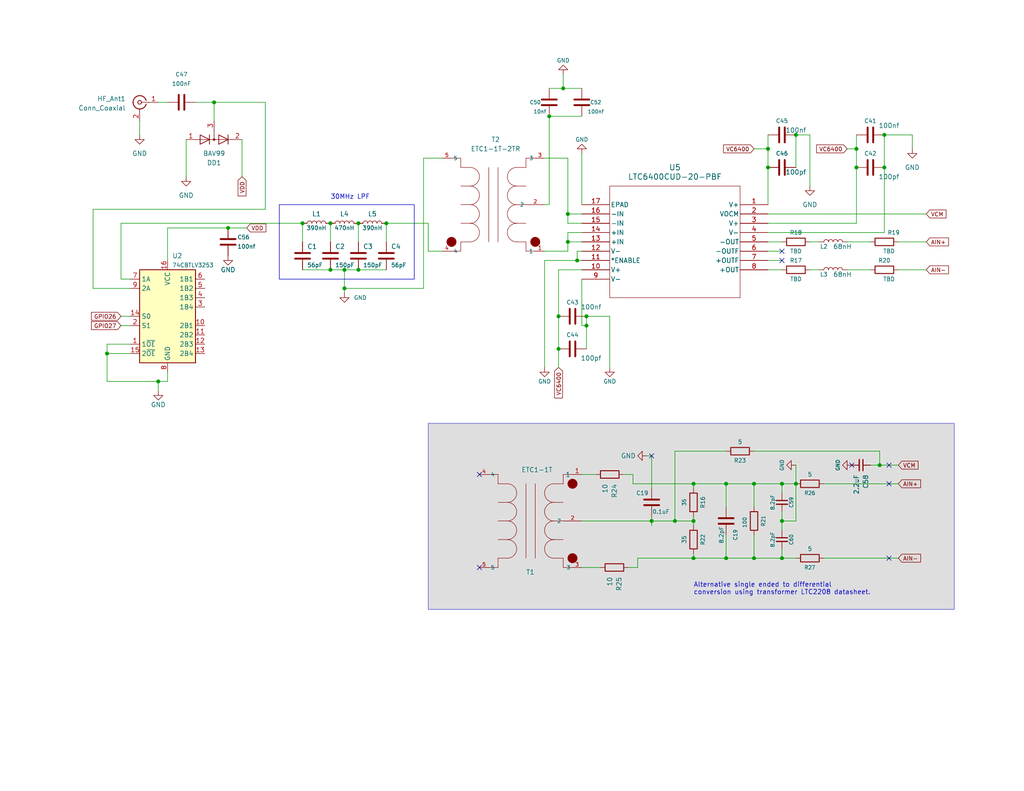
<source format=kicad_sch>
(kicad_sch (version 20230121) (generator eeschema)
  (paper "USLetter")
  (title_block (title "Radio frequency components") (date "2023-06-25") (rev "0.1.0"))
  (lib_symbols
    (symbol "Analog_Switch:SN74CBT3253"
      (property "Reference" "U" (at -7.62 13.97 0))
      (property "Value" "SN74CBT3253" (at -11.43 -13.97 0))
      (symbol "SN74CBT3253_0_1"
        (rectangle (start -7.62 12.7) (end 7.62 -12.7) (stroke (width 0.254)) (fill (type background)))
        (rectangle (start 7.62 -12.7) (end 7.62 -12.7))
      )
      (symbol "SN74CBT3253_1_1"
        (pin input line (at -10.16 -7.62 0) (length 2.54) (name "1~{OE}") (number "1"))
        (pin bidirectional line (at 10.16 -2.54 180) (length 2.54) (name "2B1") (number "10"))
        (pin bidirectional line (at 10.16 -5.08 180) (length 2.54) (name "2B2") (number "11"))
        (pin bidirectional line (at 10.16 -7.62 180) (length 2.54) (name "2B3") (number "12"))
        (pin bidirectional line (at 10.16 -10.16 180) (length 2.54) (name "2B4") (number "13"))
        (pin input line (at -10.16 0 0) (length 2.54) (name "S0") (number "14"))
        (pin input line (at -10.16 -10.16 0) (length 2.54) (name "2~{OE}") (number "15"))
        (pin power_in line (at 0 15.24 270) (length 2.54) (name "VCC") (number "16"))
        (pin input line (at -10.16 -2.54 0) (length 2.54) (name "S1") (number "2"))
        (pin bidirectional line (at 10.16 2.54 180) (length 2.54) (name "1B4") (number "3"))
        (pin bidirectional line (at 10.16 5.08 180) (length 2.54) (name "1B3") (number "4"))
        (pin bidirectional line (at 10.16 7.62 180) (length 2.54) (name "1B2") (number "5"))
        (pin bidirectional line (at 10.16 10.16 180) (length 2.54) (name "1B1") (number "6"))
        (pin bidirectional line (at -10.16 10.16 0) (length 2.54) (name "1A") (number "7"))
        (pin power_in line (at 0 -15.24 90) (length 2.54) (name "GND") (number "8"))
        (pin bidirectional line (at -10.16 7.62 0) (length 2.54) (name "2A") (number "9"))
      )
    )
    (symbol "Connector:Conn_Coaxial" (pin_names (offset 1.016) hide)
      (property "Reference" "J" (at 0.254 3.048 0))
      (property "Value" "Conn_Coaxial" (at 2.921 0 90))
      (symbol "Conn_Coaxial_0_1"
        (arc (start -1.778 -0.508) (mid 0.2311 -1.8066) (end 1.778 0) (stroke (width 0.254)))
        (polyline (pts (xy -2.54 0) (xy -0.508 0)))
        (polyline (pts (xy 0 -2.54) (xy 0 -1.778)))
        (circle (center 0 0) (radius 0.508) (stroke (width 0.2032)))
        (arc (start 1.778 0) (mid 0.2099 1.8101) (end -1.778 0.508) (stroke (width 0.254)))
      )
      (symbol "Conn_Coaxial_1_1"
        (pin passive line (at -5.08 0 0) (length 2.54) (name "In") (number "1"))
        (pin passive line (at 0 -5.08 90) (length 2.54) (name "Ext") (number "2"))
      )
    )
    (symbol "Device:C" (pin_numbers hide) (pin_names (offset 0.254))
      (property "Reference" "C" (at 0.635 2.54 0))
      (property "Value" "C" (at 0.635 -2.54 0))
      (symbol "C_0_1"
        (polyline (pts (xy -2.032 -0.762) (xy 2.032 -0.762)) (stroke (width 0.508)))
        (polyline (pts (xy -2.032 0.762) (xy 2.032 0.762)) (stroke (width 0.508)))
      )
      (symbol "C_1_1"
        (pin passive line (at 0 3.81 270) (length 2.794) (name "~") (number "1"))
        (pin passive line (at 0 -3.81 90) (length 2.794) (name "~") (number "2"))
      )
    )
    (symbol "Device:C_Small" (pin_numbers hide) (pin_names (offset 0.254) hide)
      (property "Reference" "C" (at 0.254 1.778 0))
      (property "Value" "C_Small" (at 0.254 -2.032 0))
      (symbol "C_Small_0_1"
        (polyline (pts (xy -1.524 -0.508) (xy 1.524 -0.508)) (stroke (width 0.3302)))
        (polyline (pts (xy -1.524 0.508) (xy 1.524 0.508)) (stroke (width 0.3048)))
      )
      (symbol "C_Small_1_1"
        (pin passive line (at 0 2.54 270) (length 2.032) (name "~") (number "1"))
        (pin passive line (at 0 -2.54 90) (length 2.032) (name "~") (number "2"))
      )
    )
    (symbol "Device:L" (pin_numbers hide) (pin_names (offset 1.016) hide)
      (property "Reference" "L" (at -1.27 0 90))
      (property "Value" "L" (at 1.905 0 90))
      (symbol "L_0_1"
        (arc (start 0 -2.54) (mid 0.6323 -1.905) (end 0 -1.27))
        (arc (start 0 -1.27) (mid 0.6323 -0.635) (end 0 0))
        (arc (start 0 0) (mid 0.6323 0.635) (end 0 1.27))
        (arc (start 0 1.27) (mid 0.6323 1.905) (end 0 2.54))
      )
      (symbol "L_1_1"
        (pin passive line (at 0 3.81 270) (length 1.27) (name "1") (number "1"))
        (pin passive line (at 0 -3.81 90) (length 1.27) (name "2") (number "2"))
      )
    )
    (symbol "Device:R" (pin_numbers hide) (pin_names (offset 0))
      (property "Reference" "R" (at 2.032 0 90))
      (property "Value" "R" (at 0 0 90))
      (symbol "R_0_1"
        (rectangle (start -1.016 -2.54) (end 1.016 2.54) (stroke (width 0.254)))
      )
      (symbol "R_1_1"
        (pin passive line (at 0 3.81 270) (length 1.27) (name "~") (number "1"))
        (pin passive line (at 0 -3.81 90) (length 1.27) (name "~") (number "2"))
      )
    )
    (symbol "Diode:BAV99" (pin_names hide)
      (property "Reference" "D" (at 0 5.08 0))
      (property "Value" "BAV99" (at 0 2.54 0))
      (symbol "BAV99_0_1"
        (polyline (pts (xy -5.08 0) (xy 5.08 0)))
      )
      (symbol "BAV99_1_1"
        (polyline (pts (xy 0 0) (xy 0 -2.54)))
        (polyline (pts (xy -1.27 -1.27) (xy -1.27 1.27) (xy -1.27 1.27)) (stroke (width 0.2032)))
        (polyline (pts (xy 3.81 1.27) (xy 3.81 -1.27) (xy 3.81 -1.27)) (stroke (width 0.2032)))
        (polyline (pts (xy -3.81 1.27) (xy -1.27 0) (xy -3.81 -1.27) (xy -3.81 1.27) (xy -3.81 1.27) (xy -3.81 1.27)) (stroke (width 0.2032)))
        (polyline (pts (xy 1.27 1.27) (xy 3.81 0) (xy 1.27 -1.27) (xy 1.27 1.27) (xy 1.27 1.27) (xy 1.27 1.27)) (stroke (width 0.2032)))
        (circle (center 0 0) (radius 0.254) (fill (type outline)))
        (pin passive line (at -7.62 0 0) (length 2.54) (name "K") (number "1"))
        (pin passive line (at 7.62 0 180) (length 2.54) (name "A") (number "2"))
        (pin passive line (at 0 -5.08 90) (length 2.54) (name "K") (number "3"))
      )
    )
    (symbol "HF103-redux:ETC1-1T-2TR"
      (property "Reference" "T" (at 12.7 -12.7 0))
      (property "Value" "ETC1-1T-2TR" (at 6.35 -15.24 0))
      (symbol "ETC1-1T-2TR_0_1"
        (polyline (pts (xy 0 -10.16) (xy 0 -12.7)) (stroke (width 0.127)))
        (polyline (pts (xy 0 10.16) (xy 0 7.62)) (stroke (width 0.127)))
        (polyline (pts (xy 2.54 -10.16) (xy 0 -10.16)) (stroke (width 0.127)))
        (polyline (pts (xy 2.54 -7.62) (xy 2.54 -10.16)) (stroke (width 0.127)))
        (polyline (pts (xy 2.54 -2.54) (xy 22.86 -2.54)) (stroke (width 0.127)))
        (polyline (pts (xy 2.54 0) (xy 22.86 0)) (stroke (width 0.127)))
        (polyline (pts (xy 2.54 5.08) (xy 2.54 7.62)) (stroke (width 0.127)))
        (polyline (pts (xy 2.54 7.62) (xy 0 7.62)) (stroke (width 0.127)))
        (polyline (pts (xy 7.62 -7.62) (xy 7.62 -10.16)) (stroke (width 0.127)))
        (polyline (pts (xy 7.62 5.08) (xy 7.62 7.62)) (stroke (width 0.127)))
        (polyline (pts (xy 12.7 -7.62) (xy 12.7 -10.16)) (stroke (width 0.127)))
        (polyline (pts (xy 12.7 5.08) (xy 12.7 7.62)) (stroke (width 0.127)))
        (polyline (pts (xy 17.78 -7.62) (xy 17.78 -10.16)) (stroke (width 0.127)))
        (polyline (pts (xy 17.78 5.08) (xy 17.78 7.62)) (stroke (width 0.127)))
        (polyline (pts (xy 22.86 -10.16) (xy 25.4 -10.16)) (stroke (width 0.127)))
        (polyline (pts (xy 22.86 -7.62) (xy 22.86 -10.16)) (stroke (width 0.127)))
        (polyline (pts (xy 22.86 5.08) (xy 22.86 7.62)) (stroke (width 0.127)))
        (polyline (pts (xy 22.86 7.62) (xy 25.4 7.62)) (stroke (width 0.127)))
        (polyline (pts (xy 25.4 -12.7) (xy 25.4 -10.16)) (stroke (width 0.127)))
        (polyline (pts (xy 25.4 10.16) (xy 25.4 7.62)) (stroke (width 0.127)))
        (arc (start 2.54 5.08) (mid 5.08 2.551) (end 7.62 5.08) (stroke (width 0.127)))
        (arc (start 7.62 -7.62) (mid 5.08 -5.091) (end 2.54 -7.62) (stroke (width 0.127)))
        (arc (start 7.62 5.08) (mid 10.16 2.551) (end 12.7 5.08) (stroke (width 0.127)))
        (arc (start 12.7 -7.62) (mid 10.16 -5.091) (end 7.62 -7.62) (stroke (width 0.127)))
        (arc (start 12.7 5.08) (mid 15.24 2.551) (end 17.78 5.08) (stroke (width 0.127)))
        (arc (start 17.78 -7.62) (mid 15.24 -5.091) (end 12.7 -7.62) (stroke (width 0.127)))
        (arc (start 17.78 5.08) (mid 20.32 2.551) (end 22.86 5.08) (stroke (width 0.127)))
        (arc (start 22.86 -7.62) (mid 20.32 -5.091) (end 17.78 -7.62) (stroke (width 0.127)))
      )
      (symbol "ETC1-1T-2TR_1_1"
        (circle (center 2.54 10.16) (radius 1.27) (fill (type outline)))
        (circle (center 22.86 10.16) (radius 1.27) (fill (type outline)))
        (pin passive line (at 0 12.7 270) (length 2.54) (name "1") (number "1"))
        (pin passive line (at 12.7 12.7 270) (length 5.08) (name "2") (number "2"))
        (pin passive line (at 25.4 12.7 270) (length 2.54) (name "3") (number "3"))
        (pin passive line (at 0 -15.24 90) (length 2.54) (name "4") (number "4"))
        (pin passive line (at 25.4 -15.24 90) (length 2.54) (name "5") (number "5"))
      )
    )
    (symbol "HF103-redux:LTC6400CUD-20-PBF" (pin_names (offset 0.254))
      (property "Reference" "U" (at 25.4 10.16 0))
      (property "Value" "LTC6400CUD-20-PBF" (at 25.4 7.62 0))
      (symbol "LTC6400CUD-20-PBF_0_1"
        (polyline (pts (xy 7.62 -25.4) (xy 43.18 -25.4)) (stroke (width 0.127)))
        (polyline (pts (xy 7.62 5.08) (xy 7.62 -25.4)) (stroke (width 0.127)))
        (polyline (pts (xy 43.18 -25.4) (xy 43.18 5.08)) (stroke (width 0.127)))
        (polyline (pts (xy 43.18 5.08) (xy 7.62 5.08)) (stroke (width 0.127)))
        (pin power_in line (at 0 0 0) (length 7.62) (name "V+") (number "1"))
        (pin power_in line (at 50.8 -17.78 180) (length 7.62) (name "V+") (number "10"))
        (pin input line (at 50.8 -15.24 180) (length 7.62) (name "*ENABLE") (number "11"))
        (pin power_in line (at 50.8 -12.7 180) (length 7.62) (name "V-") (number "12"))
        (pin input line (at 50.8 -10.16 180) (length 7.62) (name "+IN") (number "13"))
        (pin input line (at 50.8 -7.62 180) (length 7.62) (name "+IN") (number "14"))
        (pin input line (at 50.8 -5.08 180) (length 7.62) (name "-IN") (number "15"))
        (pin input line (at 50.8 -2.54 180) (length 7.62) (name "-IN") (number "16"))
        (pin unspecified line (at 50.8 0 180) (length 7.62) (name "EPAD") (number "17"))
        (pin output line (at 0 -2.54 0) (length 7.62) (name "VOCM") (number "2"))
        (pin power_in line (at 0 -5.08 0) (length 7.62) (name "V+") (number "3"))
        (pin power_in line (at 0 -7.62 0) (length 7.62) (name "V-") (number "4"))
        (pin output line (at 0 -10.16 0) (length 7.62) (name "-OUT") (number "5"))
        (pin output line (at 0 -12.7 0) (length 7.62) (name "-OUTF") (number "6"))
        (pin output line (at 0 -15.24 0) (length 7.62) (name "+OUTF") (number "7"))
        (pin output line (at 0 -17.78 0) (length 7.62) (name "+OUT") (number "8"))
        (pin power_in line (at 50.8 -20.32 180) (length 7.62) (name "V-") (number "9"))
      )
    )
    (symbol "MACOM_ETC1-1T-2TR:ETC1-1T-2TR"
      (property "Reference" "T2" (at 30.48 -0.6667 90))
      (property "Value" "ETC1-1T-2TR" (at 27.94 -0.6667 90))
      (property "Footprint" "MACOM_ETC1-1T-2TR:ETC1-1-13TR_MCM" (at 44.45 -94.92 0))
      (symbol "ETC1-1T-2TR_0_1"
        (polyline (pts (xy 0 -10.16) (xy 0 -12.7)) (stroke (width 0.127)))
        (polyline (pts (xy 0 10.16) (xy 0 7.62)) (stroke (width 0.127)))
        (polyline (pts (xy 2.54 -10.16) (xy 0 -10.16)) (stroke (width 0.127)))
        (polyline (pts (xy 2.54 -7.62) (xy 2.54 -10.16)) (stroke (width 0.127)))
        (polyline (pts (xy 2.54 -2.54) (xy 22.86 -2.54)) (stroke (width 0.127)))
        (polyline (pts (xy 2.54 0) (xy 22.86 0)) (stroke (width 0.127)))
        (polyline (pts (xy 2.54 5.08) (xy 2.54 7.62)) (stroke (width 0.127)))
        (polyline (pts (xy 2.54 7.62) (xy 0 7.62)) (stroke (width 0.127)))
        (polyline (pts (xy 7.62 -7.62) (xy 7.62 -10.16)) (stroke (width 0.127)))
        (polyline (pts (xy 7.62 5.08) (xy 7.62 7.62)) (stroke (width 0.127)))
        (polyline (pts (xy 12.7 -7.62) (xy 12.7 -10.16)) (stroke (width 0.127)))
        (polyline (pts (xy 12.7 5.08) (xy 12.7 7.62)) (stroke (width 0.127)))
        (polyline (pts (xy 17.78 -7.62) (xy 17.78 -10.16)) (stroke (width 0.127)))
        (polyline (pts (xy 17.78 5.08) (xy 17.78 7.62)) (stroke (width 0.127)))
        (polyline (pts (xy 22.86 -10.16) (xy 25.4 -10.16)) (stroke (width 0.127)))
        (polyline (pts (xy 22.86 -7.62) (xy 22.86 -10.16)) (stroke (width 0.127)))
        (polyline (pts (xy 22.86 5.08) (xy 22.86 7.62)) (stroke (width 0.127)))
        (polyline (pts (xy 22.86 7.62) (xy 25.4 7.62)) (stroke (width 0.127)))
        (polyline (pts (xy 25.4 -12.7) (xy 25.4 -10.16)) (stroke (width 0.127)))
        (polyline (pts (xy 25.4 10.16) (xy 25.4 7.62)) (stroke (width 0.127)))
        (arc (start 2.54 5.08) (mid 5.08 2.551) (end 7.62 5.08) (stroke (width 0.127)))
        (arc (start 7.62 -7.62) (mid 5.08 -5.091) (end 2.54 -7.62) (stroke (width 0.127)))
        (arc (start 7.62 5.08) (mid 10.16 2.551) (end 12.7 5.08) (stroke (width 0.127)))
        (arc (start 12.7 -7.62) (mid 10.16 -5.091) (end 7.62 -7.62) (stroke (width 0.127)))
        (arc (start 12.7 5.08) (mid 15.24 2.551) (end 17.78 5.08) (stroke (width 0.127)))
        (arc (start 17.78 -7.62) (mid 15.24 -5.091) (end 12.7 -7.62) (stroke (width 0.127)))
        (arc (start 17.78 5.08) (mid 20.32 2.551) (end 22.86 5.08) (stroke (width 0.127)))
        (arc (start 22.86 -7.62) (mid 20.32 -5.091) (end 17.78 -7.62) (stroke (width 0.127)))
      )
      (symbol "ETC1-1T-2TR_1_1"
        (circle (center 2.54 -12.7) (radius 1.27) (fill (type outline)))
        (circle (center 2.54 10.16) (radius 1.27) (fill (type outline)))
        (pin passive line (at 0 12.7 270) (length 2.54) (name "1") (number "1"))
        (pin passive line (at 12.7 12.7 270) (length 5.08) (name "2") (number "2"))
        (pin passive line (at 25.4 12.7 270) (length 2.54) (name "3") (number "3"))
        (pin passive line (at 0 -15.24 90) (length 2.54) (name "4") (number "4"))
        (pin passive line (at 25.4 -15.24 90) (length 2.54) (name "5") (number "5"))
      )
    )
    (symbol "power:GND" (power) (pin_names (offset 0))
      (property "Value" "GND" (at 0 -3.81 0))
      (symbol "GND_0_1"
        (polyline (pts (xy 0 0) (xy 0 -1.27) (xy 1.27 -1.27) (xy 0 -2.54) (xy -1.27 -1.27) (xy 0 -1.27)))
      )
      (symbol "GND_1_1"
        (pin power_in line (at 0 0 270) (length 0) hide (name "GND") (number "1"))
      )
    )
  )
  (junction (at 93.98 73.66))
  (junction (at 29.21 96.52))
  (junction (at 153.67 24.13))
  (junction (at 152.4 95.25))
  (junction (at 43.18 104.14))
  (junction (at 213.36 142.24))
  (junction (at 233.68 45.72))
  (junction (at 209.55 40.64))
  (junction (at 58.42 27.94))
  (junction (at 205.74 132.08))
  (junction (at 62.23 62.23))
  (junction (at 213.36 152.4))
  (junction (at 241.3 36.83))
  (junction (at 205.74 152.4))
  (junction (at 154.94 58.42))
  (junction (at 184.15 142.24))
  (junction (at 160.02 86.36))
  (junction (at 90.17 60.96))
  (junction (at 189.23 142.24))
  (junction (at 105.41 60.96))
  (junction (at 177.8 142.24))
  (junction (at 90.17 73.66))
  (junction (at 198.12 152.4))
  (junction (at 233.68 40.64))
  (junction (at 160.02 88.9))
  (junction (at 240.03 127))
  (junction (at 97.79 60.96))
  (junction (at 198.12 132.08))
  (junction (at 93.98 78.74))
  (junction (at 241.3 45.72))
  (junction (at 157.48 71.12))
  (junction (at 189.23 152.4))
  (junction (at 152.4 86.36))
  (junction (at 189.23 132.08))
  (junction (at 209.55 45.72))
  (junction (at 217.17 132.08))
  (junction (at 82.55 60.96))
  (junction (at 217.17 36.83))
  (junction (at 154.94 66.04))
  (junction (at 213.36 132.08))
  (junction (at 149.86 31.75))
  (junction (at 97.79 73.66))
  (no_connect (at 242.57 152.4))
  (no_connect (at 242.57 127))
  (no_connect (at 242.57 132.08))
  (no_connect (at 232.41 127))
  (no_connect (at 130.81 154.94))
  (no_connect (at 213.36 71.12))
  (no_connect (at 177.8 124.46))
  (no_connect (at 130.81 129.54))
  (no_connect (at 213.36 68.58))
  (wire (pts (xy 25.4 78.74) (xy 35.56 78.74)))
  (wire (pts (xy 152.4 73.66) (xy 152.4 86.36)))
  (wire (pts (xy 198.12 152.4) (xy 189.23 152.4)))
  (wire (pts (xy 116.84 68.58) (xy 120.65 68.58)))
  (wire (pts (xy 233.68 40.64) (xy 233.68 45.72)))
  (wire (pts (xy 162.56 129.54) (xy 158.75 129.54)))
  (wire (pts (xy 33.02 86.36) (xy 35.56 86.36)))
  (wire (pts (xy 160.02 88.9) (xy 158.75 88.9)))
  (wire (pts (xy 93.98 73.66) (xy 93.98 78.74)))
  (wire (pts (xy 189.23 132.08) (xy 172.72 132.08)))
  (wire (pts (xy 172.72 129.54) (xy 170.18 129.54)))
  (wire (pts (xy 213.36 132.08) (xy 213.36 134.62)))
  (wire (pts (xy 177.8 142.24) (xy 177.8 143.51)))
  (wire (pts (xy 157.48 68.58) (xy 158.75 68.58)))
  (wire (pts (xy 153.67 24.13) (xy 149.86 24.13)))
  (wire (pts (xy 189.23 142.24) (xy 189.23 143.51)))
  (wire (pts (xy 205.74 146.05) (xy 205.74 152.4)))
  (wire (pts (xy 231.14 66.04) (xy 237.49 66.04)))
  (wire (pts (xy 217.17 132.08) (xy 213.36 132.08)))
  (wire (pts (xy 33.02 76.2) (xy 33.02 60.96)))
  (wire (pts (xy 209.55 71.12) (xy 213.36 71.12)))
  (wire (pts (xy 158.75 88.9) (xy 158.75 76.2)))
  (wire (pts (xy 177.8 140.97) (xy 177.8 142.24)))
  (wire (pts (xy 205.74 40.64) (xy 209.55 40.64)))
  (wire (pts (xy 209.55 73.66) (xy 213.36 73.66)))
  (wire (pts (xy 217.17 45.72) (xy 217.17 36.83)))
  (wire (pts (xy 220.98 36.83) (xy 217.17 36.83)))
  (wire (pts (xy 248.92 36.83) (xy 241.3 36.83)))
  (wire (pts (xy 189.23 132.08) (xy 189.23 133.35)))
  (wire (pts (xy 58.42 27.94) (xy 58.42 33.02)))
  (wire (pts (xy 148.59 55.88) (xy 149.86 55.88)))
  (wire (pts (xy 209.55 40.64) (xy 209.55 45.72)))
  (wire (pts (xy 82.55 60.96) (xy 82.55 66.04)))
  (wire (pts (xy 82.55 73.66) (xy 90.17 73.66)))
  (wire (pts (xy 33.02 60.96) (xy 82.55 60.96)))
  (wire (pts (xy 149.86 31.75) (xy 158.75 31.75)))
  (wire (pts (xy 177.8 124.46) (xy 176.53 124.46)))
  (wire (pts (xy 205.74 132.08) (xy 205.74 138.43)))
  (wire (pts (xy 233.68 60.96) (xy 233.68 45.72)))
  (wire (pts (xy 231.14 40.64) (xy 233.68 40.64)))
  (wire (pts (xy 25.4 57.15) (xy 72.39 57.15)))
  (wire (pts (xy 93.98 73.66) (xy 97.79 73.66)))
  (wire (pts (xy 209.55 58.42) (xy 252.73 58.42)))
  (wire (pts (xy 189.23 142.24) (xy 184.15 142.24)))
  (wire (pts (xy 209.55 68.58) (xy 213.36 68.58)))
  (wire (pts (xy 120.65 43.18) (xy 115.57 43.18)))
  (wire (pts (xy 35.56 76.2) (xy 33.02 76.2)))
  (wire (pts (xy 217.17 132.08) (xy 217.17 142.24)))
  (wire (pts (xy 198.12 146.05) (xy 198.12 152.4)))
  (wire (pts (xy 198.12 132.08) (xy 198.12 138.43)))
  (wire (pts (xy 213.36 149.86) (xy 213.36 152.4)))
  (wire (pts (xy 97.79 73.66) (xy 105.41 73.66)))
  (wire (pts (xy 205.74 132.08) (xy 198.12 132.08)))
  (wire (pts (xy 115.57 43.18) (xy 115.57 78.74)))
  (wire (pts (xy 213.36 152.4) (xy 205.74 152.4)))
  (wire (pts (xy 245.11 152.4) (xy 224.79 152.4)))
  (wire (pts (xy 240.03 123.19) (xy 240.03 127)))
  (wire (pts (xy 173.99 154.94) (xy 171.45 154.94)))
  (wire (pts (xy 45.72 101.6) (xy 45.72 104.14)))
  (wire (pts (xy 154.94 68.58) (xy 154.94 66.04)))
  (wire (pts (xy 209.55 66.04) (xy 213.36 66.04)))
  (wire (pts (xy 220.98 50.8) (xy 220.98 36.83)))
  (wire (pts (xy 158.75 55.88) (xy 158.75 41.91)))
  (wire (pts (xy 209.55 36.83) (xy 209.55 40.64)))
  (wire (pts (xy 160.02 88.9) (xy 160.02 86.36)))
  (wire (pts (xy 158.75 24.13) (xy 153.67 24.13)))
  (wire (pts (xy 148.59 71.12) (xy 148.59 100.33)))
  (wire (pts (xy 158.75 142.24) (xy 177.8 142.24)))
  (wire (pts (xy 245.11 132.08) (xy 224.79 132.08)))
  (wire (pts (xy 184.15 142.24) (xy 184.15 123.19)))
  (wire (pts (xy 154.94 66.04) (xy 158.75 66.04)))
  (wire (pts (xy 217.17 127) (xy 217.17 132.08)))
  (wire (pts (xy 148.59 71.12) (xy 157.48 71.12)))
  (wire (pts (xy 105.41 60.96) (xy 105.41 66.04)))
  (wire (pts (xy 241.3 45.72) (xy 241.3 36.83)))
  (wire (pts (xy 58.42 27.94) (xy 72.39 27.94)))
  (wire (pts (xy 213.36 132.08) (xy 205.74 132.08)))
  (wire (pts (xy 172.72 129.54) (xy 172.72 132.08)))
  (wire (pts (xy 189.23 140.97) (xy 189.23 142.24)))
  (wire (pts (xy 220.98 73.66) (xy 223.52 73.66)))
  (wire (pts (xy 157.48 71.12) (xy 158.75 71.12)))
  (wire (pts (xy 173.99 152.4) (xy 173.99 154.94)))
  (wire (pts (xy 241.3 63.5) (xy 241.3 45.72)))
  (wire (pts (xy 97.79 60.96) (xy 97.79 66.04)))
  (wire (pts (xy 43.18 104.14) (xy 43.18 106.68)))
  (wire (pts (xy 213.36 142.24) (xy 217.17 142.24)))
  (wire (pts (xy 209.55 63.5) (xy 241.3 63.5)))
  (wire (pts (xy 160.02 95.25) (xy 160.02 88.9)))
  (wire (pts (xy 93.98 78.74) (xy 115.57 78.74)))
  (wire (pts (xy 245.11 66.04) (xy 252.73 66.04)))
  (wire (pts (xy 248.92 40.64) (xy 248.92 36.83)))
  (wire (pts (xy 38.1 33.02) (xy 38.1 36.83)))
  (wire (pts (xy 153.67 20.32) (xy 153.67 24.13)))
  (wire (pts (xy 166.37 86.36) (xy 160.02 86.36)))
  (wire (pts (xy 209.55 45.72) (xy 209.55 55.88)))
  (wire (pts (xy 217.17 152.4) (xy 213.36 152.4)))
  (wire (pts (xy 149.86 31.75) (xy 149.86 55.88)))
  (wire (pts (xy 45.72 71.12) (xy 45.72 62.23)))
  (wire (pts (xy 184.15 142.24) (xy 177.8 142.24)))
  (wire (pts (xy 154.94 43.18) (xy 154.94 58.42)))
  (wire (pts (xy 29.21 96.52) (xy 29.21 104.14)))
  (wire (pts (xy 45.72 62.23) (xy 62.23 62.23)))
  (wire (pts (xy 220.98 66.04) (xy 223.52 66.04)))
  (wire (pts (xy 148.59 68.58) (xy 154.94 68.58)))
  (wire (pts (xy 72.39 27.94) (xy 72.39 57.15)))
  (wire (pts (xy 45.72 104.14) (xy 43.18 104.14)))
  (wire (pts (xy 148.59 43.18) (xy 154.94 43.18)))
  (wire (pts (xy 105.41 60.96) (xy 116.84 60.96)))
  (wire (pts (xy 205.74 152.4) (xy 198.12 152.4)))
  (wire (pts (xy 233.68 36.83) (xy 233.68 40.64)))
  (wire (pts (xy 154.94 58.42) (xy 154.94 60.96)))
  (wire (pts (xy 152.4 73.66) (xy 158.75 73.66)))
  (wire (pts (xy 189.23 152.4) (xy 173.99 152.4)))
  (wire (pts (xy 154.94 60.96) (xy 158.75 60.96)))
  (wire (pts (xy 62.23 62.23) (xy 67.31 62.23)))
  (wire (pts (xy 240.03 123.19) (xy 205.74 123.19)))
  (wire (pts (xy 29.21 93.98) (xy 35.56 93.98)))
  (wire (pts (xy 93.98 78.74) (xy 93.98 80.01)))
  (wire (pts (xy 43.18 27.94) (xy 45.72 27.94)))
  (wire (pts (xy 116.84 60.96) (xy 116.84 68.58)))
  (wire (pts (xy 209.55 60.96) (xy 233.68 60.96)))
  (wire (pts (xy 154.94 63.5) (xy 158.75 63.5)))
  (wire (pts (xy 90.17 60.96) (xy 90.17 66.04)))
  (wire (pts (xy 50.8 38.1) (xy 50.8 48.26)))
  (wire (pts (xy 245.11 127) (xy 240.03 127)))
  (wire (pts (xy 25.4 57.15) (xy 25.4 78.74)))
  (wire (pts (xy 90.17 73.66) (xy 93.98 73.66)))
  (wire (pts (xy 33.02 88.9) (xy 35.56 88.9)))
  (wire (pts (xy 198.12 123.19) (xy 184.15 123.19)))
  (wire (pts (xy 152.4 95.25) (xy 152.4 100.33)))
  (wire (pts (xy 163.83 154.94) (xy 158.75 154.94)))
  (wire (pts (xy 240.03 127) (xy 237.49 127)))
  (wire (pts (xy 198.12 132.08) (xy 189.23 132.08)))
  (wire (pts (xy 213.36 139.7) (xy 213.36 142.24)))
  (wire (pts (xy 154.94 66.04) (xy 154.94 63.5)))
  (wire (pts (xy 29.21 93.98) (xy 29.21 96.52)))
  (wire (pts (xy 213.36 142.24) (xy 213.36 144.78)))
  (wire (pts (xy 29.21 96.52) (xy 35.56 96.52)))
  (wire (pts (xy 189.23 151.13) (xy 189.23 152.4)))
  (wire (pts (xy 66.04 38.1) (xy 66.04 48.26)))
  (wire (pts (xy 166.37 86.36) (xy 166.37 100.33)))
  (wire (pts (xy 157.48 68.58) (xy 157.48 71.12)))
  (wire (pts (xy 154.94 58.42) (xy 158.75 58.42)))
  (wire (pts (xy 231.14 73.66) (xy 237.49 73.66)))
  (wire (pts (xy 245.11 73.66) (xy 252.73 73.66)))
  (wire (pts (xy 53.34 27.94) (xy 58.42 27.94)))
  (wire (pts (xy 29.21 104.14) (xy 43.18 104.14)))
  (wire (pts (xy 177.8 133.35) (xy 177.8 124.46)))
  (wire (pts (xy 152.4 86.36) (xy 152.4 95.25)))
  (rectangle (start 116.84 115.57) (end 260.35 166.37) (stroke (width 0.1)) (fill (type color) (color 0 0 0 0.13)))
  (rectangle (start 76.2 55.88) (end 113.03 76.2))
  (text "30MHz LPF" (at 90.17 54.61 0) (effects (font (size 1.27 1.27)) (justify left bottom)))
  (text "Alternative single ended to differential \nconversion using transformer LTC2208 datasheet." (at 189.23 162.56 0) (effects (font (size 1.27 1.27)) (justify left bottom)))
  (global_label "VDD" (shape input) (at 67.31 62.23 0) (effects (font (size 1.1 1.1))) (property "Intersheetrefs" "${INTERSHEET_REFS}" (effects hide)))
  (global_label "VDD" (shape input) (at 66.04 48.26 270) (effects (font (size 1.1 1.1))) (property "Intersheetrefs" "${INTERSHEET_REFS}" (effects hide)))
  (global_label "GPIO26" (shape input) (at 33.02 86.36 180) (effects (font (size 1.1 1.1))) (property "Intersheetrefs" "${INTERSHEET_REFS}" (effects hide)))
  (global_label "VC6400" (shape input) (at 152.4 100.33 270) (effects (font (size 1.1 1.1))) (property "Intersheetrefs" "${INTERSHEET_REFS}" (effects hide)))
  (global_label "AIN-" (shape input) (at 252.73 73.66 0) (effects (font (size 1.1 1.1))) (property "Intersheetrefs" "${INTERSHEET_REFS}" (effects hide)))
  (global_label "AIN+" (shape input) (at 245.11 132.08 0) (effects (font (size 1.1 1.1))) (property "Intersheetrefs" "${INTERSHEET_REFS}" (effects hide)))
  (global_label "GPIO27" (shape input) (at 33.02 88.9 180) (effects (font (size 1.1 1.1))) (property "Intersheetrefs" "${INTERSHEET_REFS}" (effects hide)))
  (global_label "VCM" (shape input) (at 252.73 58.42 0) (effects (font (size 1.1 1.1))) (property "Intersheetrefs" "${INTERSHEET_REFS}" (effects hide)))
  (global_label "VCM" (shape input) (at 245.11 127 0) (effects (font (size 1.1 1.1))) (property "Intersheetrefs" "${INTERSHEET_REFS}" (effects hide)))
  (global_label "AIN-" (shape input) (at 245.11 152.4 0) (effects (font (size 1.1 1.1))) (property "Intersheetrefs" "${INTERSHEET_REFS}" (effects hide)))
  (global_label "VC6400" (shape input) (at 231.14 40.64 180) (effects (font (size 1.1 1.1))) (property "Intersheetrefs" "${INTERSHEET_REFS}" (effects hide)))
  (global_label "AIN+" (shape input) (at 252.73 66.04 0) (effects (font (size 1.1 1.1))) (property "Intersheetrefs" "${INTERSHEET_REFS}" (effects hide)))
  (global_label "VC6400" (shape input) (at 205.74 40.64 180) (effects (font (size 1.1 1.1))) (property "Intersheetrefs" "${INTERSHEET_REFS}" (effects hide)))
  (symbol (lib_id "MACOM_ETC1-1T-2TR:ETC1-1T-2TR") (at 135.89 68.58 270) (mirror x) (unit 1)
    (property "Reference" "T2" (at 135.2233 38.1 90))
    (property "Value" "ETC1-1T-2TR" (at 135.2233 40.64 90))
    (property "Footprint" "MACOM_ETC1-1T-2TR:ETC1-1-13TR_MCM" (effects hide))
    (property "Datasheet" "https://cdn.macom.com/datasheets/ETC4-1-2-TR.pdf" (effects hide))
    (property "Mouser Part Number" "937-ETC1-1T-2" (effects hide))
    (property "Mouser Price/Stock" "https://www.mouser.co.uk/ProductDetail/MACOM/ETC1-1T-2TR?qs=Z9twEOuL%252B%2FJJqd2fxpSi6w%3D%3D" (effects hide))
    (property "Manufacturer_Name" "MACOM" (effects hide))
    (property "Manufacturer_Part_Number" "ETC1-1T-2TR" (effects hide))
  )
  (symbol (lib_id "power:GND") (at 148.59 100.33 0) (unit 1)
    (property "Reference" "#PWR028" (effects hide))
    (property "Value" "GND" (at 148.59 104.14 0) (effects (font (size 1.1 1.1))))
  )
  (symbol (lib_id "Device:C") (at 90.17 69.85 0) (unit 1)
    (property "Reference" "C2" (at 91.44 67.31 0) (effects (justify left)))
    (property "Value" "150pF" (at 91.44 72.39 0) (effects (font (size 1.1 1.1)) (justify left)))
    (property "Footprint" "Capacitor_SMD:C_0805_2012Metric_Pad1.18x1.45mm_HandSolder" (effects hide))
  )
  (symbol (lib_id "Device:C") (at 62.23 66.04 0) (unit 1)
    (property "Reference" "C56" (at 64.77 64.77 0) (effects (font (size 1.1 1.1)) (justify left)))
    (property "Value" "100nf" (at 64.77 67.31 0) (effects (font (size 1.1 1.1)) (justify left)))
    (property "Footprint" "Capacitor_SMD:C_0805_2012Metric_Pad1.18x1.45mm_HandSolder" (effects hide))
  )
  (symbol (lib_id "Device:C") (at 198.12 142.24 0) (unit 1)
    (property "Reference" "C19" (at 200.66 146.05 90) (effects (font (size 1 1))))
    (property "Value" "8.2pF" (at 196.85 146.05 90) (effects (font (size 1.1 1.1))))
    (property "Footprint" "Capacitor_SMD:C_0805_2012Metric_Pad1.18x1.45mm_HandSolder" (effects hide))
    (instances (project "HF103-redux" (path "" (reference "C19") (unit 1)) (path "" (reference "C54") (unit 1)) (path "" (reference "C67") (unit 1))))
  )
  (symbol (lib_id "power:GND") (at 62.23 69.85 0) (unit 1)
    (property "Reference" "#PWR031" (effects hide))
    (property "Value" "GND" (at 62.23 73.66 0))
  )
  (symbol (lib_id "Device:C") (at 82.55 69.85 0) (unit 1)
    (property "Reference" "C1" (at 83.82 67.31 0) (effects (justify left)))
    (property "Value" "56pF" (at 83.82 72.39 0) (effects (font (size 1.1 1.1)) (justify left)))
    (property "Footprint" "Capacitor_SMD:C_0805_2012Metric_Pad1.18x1.45mm_HandSolder" (effects hide))
  )
  (symbol (lib_id "Device:R") (at 217.17 73.66 270) (unit 1)
    (property "Reference" "R17" (at 217.17 71.12 90) (effects (font (size 1.1 1.1))))
    (property "Value" "TBD" (at 217.17 76.2 90) (effects (font (size 1.1 1.1))))
    (property "Footprint" "Resistor_SMD:R_0603_1608Metric_Pad0.98x0.95mm_HandSolder" (effects hide))
  )
  (symbol (lib_id "power:GND") (at 220.98 50.8 0) (unit 1)
    (property "Reference" "#PWR025" (effects hide))
    (property "Value" "GND" (at 220.98 55.88 0))
  )
  (symbol (lib_id "Device:R") (at 220.98 152.4 270) (unit 1)
    (property "Reference" "R27" (at 220.98 154.94 90) (effects (font (size 1 1))))
    (property "Value" "5" (at 220.98 149.86 90) (effects (font (size 1.1 1.1))))
    (property "Footprint" "Resistor_SMD:R_0612_1632Metric" (effects hide))
    (instances (project "HF103-redux" (path "" (reference "R27") (unit 1)) (path "" (reference "R34") (unit 1))))
  )
  (symbol (lib_id "Device:C_Small") (at 213.36 147.32 0) (unit 1)
    (property "Reference" "C60" (at 215.9 147.32 90) (effects (font (size 1 1))))
    (property "Value" "8.2pF" (at 210.82 147.32 90) (effects (font (size 1 1))))
    (instances (project "HF103-redux" (path "" (reference "C60") (unit 1)) (path "" (reference "C68") (unit 1))))
  )
  (symbol (lib_id "power:GND") (at 43.18 106.68 0) (unit 1)
    (property "Reference" "#PWR030" (effects hide))
    (property "Value" "GND" (at 43.18 110.49 0))
  )
  (symbol (lib_id "Device:L") (at 93.98 60.96 90) (unit 1)
    (property "Reference" "L4" (at 93.98 58.42 90))
    (property "Value" "470nH" (at 93.98 62.23 90) (effects (font (size 1.1 1.1))))
    (property "Footprint" "Inductor_SMD:L_0805_2012Metric" (effects hide))
  )
  (symbol (lib_id "power:GND") (at 166.37 100.33 0) (unit 1)
    (property "Reference" "#PWR027" (effects hide))
    (property "Value" "GND" (at 166.37 104.14 0) (effects (font (size 1.1 1.1))))
  )
  (symbol (lib_id "Device:L") (at 86.36 60.96 270) (mirror x) (unit 1)
    (property "Reference" "L1" (at 86.36 58.42 90))
    (property "Value" "390nH" (at 86.36 62.23 90) (effects (font (size 1.1 1.1))))
    (property "Footprint" "Inductor_SMD:L_0805_2012Metric" (effects hide))
  )
  (symbol (lib_id "HF103-redux:LTC6400CUD-20-PBF") (at 209.55 55.88 0) (mirror y) (unit 1)
    (property "Reference" "U5" (at 184.15 45.72 0) (effects (font (size 1.524 1.524))))
    (property "Value" "LTC6400CUD-20-PBF" (at 184.15 48.26 0) (effects (font (size 1.524 1.524))))
    (property "Footprint" "Package_DFN_QFN:QFN-16-1EP_3x3mm_P0.5mm_EP1.75x1.75mm" (effects hide))
    (property "Datasheet" "https://www.analog.com/media/en/technical-documentation/data-sheets/640020f.pdf" (effects hide))
  )
  (symbol (lib_id "Device:C") (at 158.75 27.94 0) (unit 1)
    (property "Reference" "C52" (at 162.56 27.94 0) (effects (font (size 1 1))))
    (property "Value" "100nf" (at 162.56 30.48 0) (effects (font (size 1 1))))
    (property "Footprint" "Capacitor_SMD:C_0805_2012Metric_Pad1.18x1.45mm_HandSolder" (effects hide))
  )
  (symbol (lib_id "Analog_Switch:SN74CBT3253") (at 45.72 86.36 0) (unit 1)
    (property "Reference" "U2" (at 46.99 69.85 0) (effects (justify left)))
    (property "Value" "74CBTLV3253" (at 46.99 72.39 0) (effects (font (size 1.1 1.1)) (justify left)))
    (property "Footprint" "Package_SO:SO-16_5.3x10.2mm_P1.27mm" (effects hide))
    (property "Datasheet" "http://www.ti.com/lit/gpn/sn74cbt3253" (effects hide))
  )
  (symbol (lib_id "Device:R") (at 217.17 66.04 270) (unit 1)
    (property "Reference" "R18" (at 217.17 63.5 90) (effects (font (size 1.1 1.1))))
    (property "Value" "TBD" (at 217.17 68.58 90) (effects (font (size 1.1 1.1))))
    (property "Footprint" "Resistor_SMD:R_0603_1608Metric_Pad0.98x0.95mm_HandSolder" (effects hide))
  )
  (symbol (lib_id "Device:C") (at 105.41 69.85 0) (unit 1)
    (property "Reference" "C4" (at 106.68 67.31 0) (effects (justify left)))
    (property "Value" "56pF" (at 106.68 72.39 0) (effects (font (size 1.1 1.1)) (justify left)))
    (property "Footprint" "Capacitor_SMD:C_0805_2012Metric_Pad1.18x1.45mm_HandSolder" (effects hide))
  )
  (symbol (lib_id "Device:C") (at 213.36 36.83 270) (unit 1)
    (property "Reference" "C45" (at 213.36 33.02 90) (effects (font (size 1.1 1.1))))
    (property "Value" "100nf" (at 217.17 35.56 90))
    (property "Footprint" "Capacitor_SMD:C_0805_2012Metric_Pad1.18x1.45mm_HandSolder" (effects hide))
  )
  (symbol (lib_id "power:GND") (at 153.67 20.32 180) (unit 1)
    (property "Reference" "#PWR034" (effects hide))
    (property "Value" "GND" (at 153.67 16.51 0) (effects (font (size 1.1 1.1))))
  )
  (symbol (lib_id "Device:R") (at 241.3 66.04 270) (unit 1)
    (property "Reference" "R19" (at 243.84 63.5 90) (effects (font (size 1.1 1.1))))
    (property "Value" "TBD" (at 242.57 68.58 90) (effects (font (size 1.1 1.1))))
    (property "Footprint" "Resistor_SMD:R_0603_1608Metric_Pad0.98x0.95mm_HandSolder" (effects hide))
  )
  (symbol (lib_id "power:GND") (at 232.41 127 270) (unit 1)
    (property "Reference" "#PWR045" (effects hide))
    (property "Value" "GND" (at 228.6 127 0) (effects (font (size 1 1))))
    (instances (project "HF103-redux" (path "" (reference "#PWR045") (unit 1)) (path "" (reference "#PWR048") (unit 1))))
  )
  (symbol (lib_id "Device:C") (at 49.53 27.94 90) (unit 1)
    (property "Reference" "C47" (at 49.53 20.32 90) (effects (font (size 1.1 1.1))))
    (property "Value" "100nF" (at 49.53 22.86 90) (effects (font (size 1.1 1.1))))
    (property "Footprint" "Capacitor_SMD:C_0805_2012Metric_Pad1.18x1.45mm_HandSolder" (effects hide))
  )
  (symbol (lib_id "Device:R") (at 189.23 147.32 0) (unit 1)
    (property "Reference" "R22" (at 191.77 147.32 90) (effects (font (size 1 1))))
    (property "Value" "35" (at 186.69 147.32 90) (effects (font (size 1.1 1.1))))
    (property "Footprint" "Resistor_SMD:R_0612_1632Metric" (effects hide))
    (instances (project "HF103-redux" (path "" (reference "R22") (unit 1)) (path "" (reference "R33") (unit 1))))
  )
  (symbol (lib_id "Device:C") (at 237.49 36.83 270) (unit 1)
    (property "Reference" "C41" (at 237.49 33.02 90) (effects (font (size 1.1 1.1))))
    (property "Value" "100nf" (at 242.57 34.29 90))
    (property "Footprint" "Capacitor_SMD:C_0805_2012Metric_Pad1.18x1.45mm_HandSolder" (effects hide))
  )
  (symbol (lib_id "HF103-redux:ETC1-1T-2TR") (at 146.05 129.54 270) (unit 1)
    (property "Reference" "T1" (at 143.51 156.21 90) (effects (justify left)))
    (property "Value" "ETC1-1T" (at 142.24 128.27 90) (effects (justify left)))
    (property "Footprint" "E_SERIES_1" (effects hide))
    (property "Datasheet" "https://datasheet.datasheetarchive.com/originals/distributors/Datasheets_SAMA/85d3f36e6ccd244b2f23e0daa3d02a86.pdf" (effects hide))
    (property "Mouser Part Number" "937-ETC1-1T-2" (effects hide))
    (property "Mouser Price/Stock" "https://www.mouser.co.uk/ProductDetail/MACOM/ETC1-1T-2TR?qs=Z9twEOuL%252B%2FJJqd2fxpSi6w%3D%3D" (effects hide))
    (property "Manufacturer_Name" "MACOM" (effects hide))
    (property "Manufacturer_Part_Number" "ETC1-1T-2TR" (effects hide))
    (instances (project "HF103-redux" (path "" (reference "T1") (unit 1)) (path "" (reference "T3") (unit 1))))
  )
  (symbol (lib_id "Diode:BAV99") (at 58.42 38.1 0) (mirror x) (unit 1)
    (property "Reference" "DD1" (at 58.42 44.45 0))
    (property "Value" "BAV99" (at 58.42 41.91 0))
    (property "Footprint" "Package_TO_SOT_SMD:SOT-23" (effects hide))
    (property "Datasheet" "https://assets.nexperia.com/documents/data-sheet/BAV99_SER.pdf" (effects hide))
  )
  (symbol (lib_id "power:GND") (at 158.75 41.91 0) (mirror x) (unit 1)
    (property "Reference" "#PWR029" (effects hide))
    (property "Value" "GND" (at 158.75 38.1 0) (effects (font (size 1.1 1.1))))
  )
  (symbol (lib_id "Device:C") (at 97.79 69.85 0) (unit 1)
    (property "Reference" "C3" (at 99.06 67.31 0) (effects (justify left)))
    (property "Value" "150pF" (at 99.06 72.39 0) (effects (font (size 1.1 1.1)) (justify left)))
    (property "Footprint" "Capacitor_SMD:C_0805_2012Metric_Pad1.18x1.45mm_HandSolder" (effects hide))
  )
  (symbol (lib_id "Device:L") (at 227.33 73.66 90) (unit 1)
    (property "Reference" "L3" (at 224.79 74.93 90) (effects (font (size 1.1 1.1))))
    (property "Value" "68nH" (at 229.87 74.93 90))
    (property "Footprint" "Inductor_SMD:L_0805_2012Metric" (effects hide))
  )
  (symbol (lib_id "power:GND") (at 176.53 124.46 270) (unit 1)
    (property "Reference" "#PWR043" (effects hide))
    (property "Value" "GND" (at 171.45 124.46 90))
    (instances (project "HF103-redux" (path "" (reference "#PWR043") (unit 1)) (path "" (reference "#PWR047") (unit 1))))
  )
  (symbol (lib_id "power:GND") (at 93.98 80.01 0) (unit 1)
    (property "Reference" "#PWR03" (effects hide))
    (property "Value" "GND" (at 96.52 81.28 0) (effects (font (size 1.1 1.1)) (justify left)))
  )
  (symbol (lib_id "Device:R") (at 167.64 154.94 270) (unit 1)
    (property "Reference" "R25" (at 168.91 157.48 0) (effects (justify left)))
    (property "Value" "10" (at 166.37 157.48 0) (effects (justify left)))
    (property "Footprint" "Resistor_SMD:R_0805_2012Metric_Pad1.20x1.40mm_HandSolder" (effects hide))
    (instances (project "HF103-redux" (path "" (reference "R25") (unit 1)) (path "" (reference "R35") (unit 1))))
  )
  (symbol (lib_id "Device:C") (at 156.21 95.25 270) (unit 1)
    (property "Reference" "C44" (at 156.21 91.44 90) (effects (font (size 1.1 1.1))))
    (property "Value" "100pf" (at 161.29 97.79 90))
    (property "Footprint" "Capacitor_SMD:C_0805_2012Metric_Pad1.18x1.45mm_HandSolder" (effects hide))
  )
  (symbol (lib_id "Device:C") (at 156.21 86.36 270) (unit 1)
    (property "Reference" "C43" (at 156.21 82.55 90) (effects (font (size 1.1 1.1))))
    (property "Value" "100nf" (at 161.29 83.82 90))
    (property "Footprint" "Capacitor_SMD:C_0805_2012Metric_Pad1.18x1.45mm_HandSolder" (effects hide))
  )
  (symbol (lib_id "power:GND") (at 217.17 127 270) (unit 1)
    (property "Reference" "#PWR046" (effects hide))
    (property "Value" "GND" (at 213.36 127 0) (effects (font (size 1 1))))
    (instances (project "HF103-redux" (path "" (reference "#PWR046") (unit 1)) (path "" (reference "#PWR049") (unit 1))))
  )
  (symbol (lib_id "Device:R") (at 201.93 123.19 270) (unit 1)
    (property "Reference" "R23" (at 201.93 125.73 90) (effects (font (size 1.1 1.1))))
    (property "Value" "5" (at 201.93 120.65 90) (effects (font (size 1.1 1.1))))
    (property "Footprint" "Resistor_SMD:R_0612_1632Metric" (effects hide))
    (instances (project "HF103-redux" (path "" (reference "R23") (unit 1)) (path "" (reference "R28") (unit 1))))
  )
  (symbol (lib_id "Device:C") (at 213.36 45.72 270) (unit 1)
    (property "Reference" "C46" (at 213.36 41.91 90) (effects (font (size 1.1 1.1))))
    (property "Value" "100pf" (at 217.17 46.99 90))
    (property "Footprint" "Capacitor_SMD:C_0805_2012Metric_Pad1.18x1.45mm_HandSolder" (effects hide))
  )
  (symbol (lib_id "Device:R") (at 220.98 132.08 270) (unit 1)
    (property "Reference" "R26" (at 220.98 134.62 90) (effects (font (size 1 1))))
    (property "Value" "5" (at 220.98 129.54 90) (effects (font (size 1.1 1.1))))
    (property "Footprint" "Resistor_SMD:R_0612_1632Metric" (effects hide))
    (instances (project "HF103-redux" (path "" (reference "R26") (unit 1)) (path "" (reference "R30") (unit 1))))
  )
  (symbol (lib_id "power:GND") (at 50.8 48.26 0) (unit 1)
    (property "Reference" "#PWR020" (effects hide))
    (property "Value" "GND" (at 50.8 53.34 0))
  )
  (symbol (lib_id "Device:C") (at 149.86 27.94 0) (unit 1)
    (property "Reference" "C50" (at 146.05 27.94 0) (effects (font (size 1 1))))
    (property "Value" "10nf" (at 147.32 30.48 0) (effects (font (size 1 1))))
    (property "Footprint" "Capacitor_SMD:C_0805_2012Metric_Pad1.18x1.45mm_HandSolder" (effects hide))
  )
  (symbol (lib_id "Device:R") (at 241.3 73.66 270) (unit 1)
    (property "Reference" "R20" (at 241.3 71.12 90) (effects (font (size 1.1 1.1))))
    (property "Value" "TBD" (at 242.57 76.2 90) (effects (font (size 1.1 1.1))))
    (property "Footprint" "Resistor_SMD:R_0603_1608Metric_Pad0.98x0.95mm_HandSolder" (effects hide))
  )
  (symbol (lib_id "Device:C") (at 177.8 137.16 0) (unit 1)
    (property "Reference" "C19" (at 175.26 134.62 0) (effects (font (size 1.1 1.1))))
    (property "Value" "0.1uF" (at 180.34 139.7 0) (effects (font (size 1.1 1.1))))
    (property "Footprint" "Capacitor_SMD:C_0805_2012Metric_Pad1.18x1.45mm_HandSolder" (effects hide))
    (instances (project "HF103-redux" (path "" (reference "C19") (unit 1)) (path "" (reference "C20") (unit 1)) (path "" (reference "C64") (unit 1))))
  )
  (symbol (lib_id "Device:L") (at 227.33 66.04 90) (unit 1)
    (property "Reference" "L2" (at 224.79 67.31 90) (effects (font (size 1.1 1.1))))
    (property "Value" "68nH" (at 229.87 67.31 90))
    (property "Footprint" "Inductor_SMD:L_0805_2012Metric" (effects hide))
  )
  (symbol (lib_id "power:GND") (at 248.92 40.64 0) (unit 1)
    (property "Reference" "#PWR026" (effects hide))
    (property "Value" "GND" (at 248.92 45.72 0))
  )
  (symbol (lib_id "Device:L") (at 101.6 60.96 90) (unit 1)
    (property "Reference" "L5" (at 101.6 58.42 90))
    (property "Value" "390nH" (at 101.6 62.23 90) (effects (font (size 1.1 1.1))))
    (property "Footprint" "Inductor_SMD:L_0805_2012Metric" (effects hide))
  )
  (symbol (lib_id "Connector:Conn_Coaxial") (at 38.1 27.94 0) (mirror y) (unit 1)
    (property "Reference" "HF_Ant1" (at 34.29 26.9632 0) (effects (justify left)))
    (property "Value" "Conn_Coaxial" (at 34.29 29.5032 0) (effects (justify left)))
    (property "Footprint" "Connector_Coaxial:SMA_Molex_73251-2120_EdgeMount_Horizontal" (effects hide))
    (property "Datasheet" " ~" (effects hide))
  )
  (symbol (lib_id "Device:R") (at 166.37 129.54 270) (unit 1)
    (property "Reference" "R24" (at 167.64 132.08 0) (effects (justify left)))
    (property "Value" "10" (at 165.1 132.08 0) (effects (justify left)))
    (property "Footprint" "Resistor_SMD:R_0805_2012Metric_Pad1.20x1.40mm_HandSolder" (effects hide))
    (instances (project "HF103-redux" (path "" (reference "R24") (unit 1)) (path "" (reference "R29") (unit 1))))
  )
  (symbol (lib_id "Device:C_Small") (at 234.95 127 270) (unit 1)
    (property "Reference" "C58" (at 236.2137 129.54 0) (effects (justify left)))
    (property "Value" "2.2uF" (at 233.6737 129.54 0) (effects (justify left)))
    (instances (project "HF103-redux" (path "" (reference "C58") (unit 1)) (path "" (reference "C61") (unit 1))))
  )
  (symbol (lib_id "Device:R") (at 189.23 137.16 0) (unit 1)
    (property "Reference" "R16" (at 191.77 137.16 90) (effects (font (size 1.1 1.1))))
    (property "Value" "35" (at 186.69 137.16 90) (effects (font (size 1 1))))
    (property "Footprint" "Resistor_SMD:R_0612_1632Metric" (effects hide))
    (instances (project "HF103-redux" (path "" (reference "R16") (unit 1)) (path "" (reference "R31") (unit 1))))
  )
  (symbol (lib_id "Device:R") (at 205.74 142.24 0) (unit 1)
    (property "Reference" "R21" (at 208.28 142.24 90) (effects (font (size 1 1))))
    (property "Value" "100 " (at 203.2 142.24 90) (effects (font (size 1 1))))
    (property "Footprint" "Resistor_SMD:R_0612_1632Metric" (effects hide))
    (instances (project "HF103-redux" (path "" (reference "R21") (unit 1)) (path "" (reference "R32") (unit 1))))
  )
  (symbol (lib_id "Device:C_Small") (at 213.36 137.16 0) (unit 1)
    (property "Reference" "C59" (at 215.9 137.16 90) (effects (font (size 1 1))))
    (property "Value" "8.2pF" (at 210.82 137.16 90) (effects (font (size 1 1))))
    (instances (project "HF103-redux" (path "" (reference "C59") (unit 1)) (path "" (reference "C63") (unit 1))))
  )
  (symbol (lib_id "Device:C") (at 237.49 45.72 270) (unit 1)
    (property "Reference" "C42" (at 237.49 41.91 90) (effects (font (size 1.1 1.1))))
    (property "Value" "100pf" (at 242.57 48.26 90))
    (property "Footprint" "Capacitor_SMD:C_0805_2012Metric_Pad1.18x1.45mm_HandSolder" (effects hide))
  )
  (symbol (lib_id "power:GND") (at 38.1 36.83 0) (unit 1)
    (property "Reference" "#PWR013" (effects hide))
    (property "Value" "GND" (at 38.1 41.91 0))
  )
)
</source>
